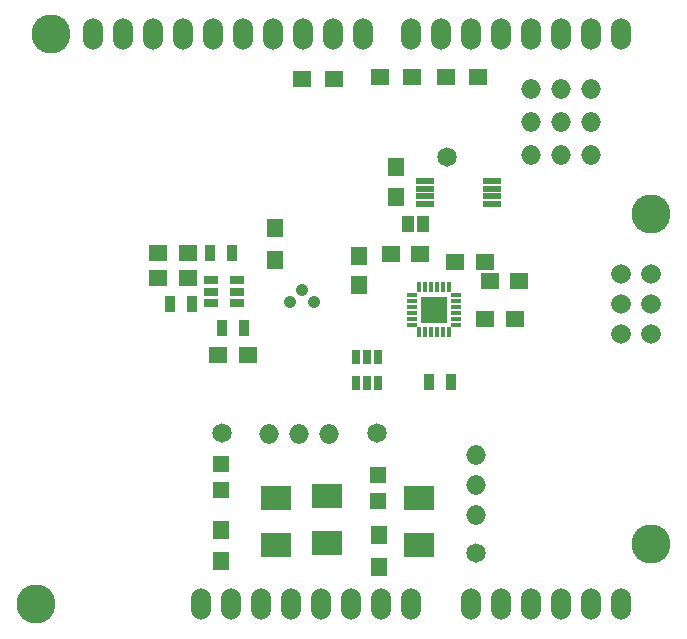
<source format=gts>
G04 #@! TF.GenerationSoftware,KiCad,Pcbnew,no-vcs-found-2a3a699~58~ubuntu16.04.1*
G04 #@! TF.CreationDate,2017-05-21T17:49:45+03:00*
G04 #@! TF.ProjectId,interferometer,696E7465726665726F6D657465722E6B,rev?*
G04 #@! TF.FileFunction,Soldermask,Top*
G04 #@! TF.FilePolarity,Negative*
%FSLAX46Y46*%
G04 Gerber Fmt 4.6, Leading zero omitted, Abs format (unit mm)*
G04 Created by KiCad (PCBNEW no-vcs-found-2a3a699~58~ubuntu16.04.1) date Sun May 21 17:49:45 2017*
%MOMM*%
%LPD*%
G01*
G04 APERTURE LIST*
%ADD10C,0.100000*%
%ADD11R,1.110000X1.410000*%
%ADD12R,1.613200X0.495600*%
%ADD13R,1.640000X1.390000*%
%ADD14R,1.200000X0.790000*%
%ADD15R,0.840000X1.440000*%
%ADD16C,1.640000*%
%ADD17R,1.340000X1.340000*%
%ADD18R,1.440000X1.640000*%
%ADD19O,1.664000X1.664000*%
%ADD20C,1.040000*%
%ADD21R,0.085400X0.085400*%
%ADD22R,2.160000X2.160000*%
%ADD23R,0.872800X0.364800*%
%ADD24R,0.364800X0.872800*%
%ADD25R,1.390000X1.640000*%
%ADD26R,2.640000X2.140000*%
%ADD27R,1.640000X1.440000*%
%ADD28R,0.790000X1.200000*%
%ADD29C,1.664000*%
%ADD30O,1.664000X2.680000*%
%ADD31C,3.315000*%
G04 APERTURE END LIST*
D10*
D11*
X162915600Y-89916000D03*
X161635600Y-89916000D03*
D12*
X163098599Y-88198599D03*
X163098599Y-87548601D03*
X163098599Y-86898599D03*
X163098599Y-86248601D03*
X168737399Y-86248601D03*
X168737399Y-86898599D03*
X168737399Y-87548601D03*
X168737399Y-88198599D03*
D13*
X171049000Y-94742000D03*
X168549000Y-94742000D03*
X140482000Y-94488000D03*
X142982000Y-94488000D03*
D14*
X147150000Y-95631000D03*
X147150000Y-94681000D03*
X147150000Y-96581000D03*
X144950000Y-96581000D03*
X144950000Y-95631000D03*
X144950000Y-94681000D03*
D15*
X143378000Y-96647000D03*
X141478000Y-96647000D03*
D16*
X159004000Y-107569000D03*
X167386000Y-117729000D03*
X164973000Y-84201000D03*
X145923000Y-107569000D03*
D17*
X159131000Y-113368000D03*
X159131000Y-111168000D03*
X145846800Y-112453600D03*
X145846800Y-110253600D03*
D18*
X159207200Y-118901200D03*
X159207200Y-116201200D03*
X145846800Y-118469400D03*
X145846800Y-115769400D03*
D19*
X167386000Y-114554000D03*
X167386000Y-112014000D03*
X167386000Y-109474000D03*
D20*
X153638000Y-96520000D03*
X151638000Y-96520000D03*
X152638000Y-95520000D03*
D21*
X163850000Y-97167700D03*
D22*
X163850000Y-97167700D03*
D23*
X161957700Y-98417700D03*
X161957700Y-97917701D03*
X161957700Y-97417700D03*
X161957700Y-96917700D03*
X161957700Y-96417699D03*
X161957700Y-95917700D03*
D24*
X162600000Y-95275400D03*
X163099999Y-95275400D03*
X163600000Y-95275400D03*
X164100000Y-95275400D03*
X164600001Y-95275400D03*
X165100000Y-95275400D03*
D23*
X165742300Y-95917700D03*
X165742300Y-96417699D03*
X165742300Y-96917700D03*
X165742300Y-97417700D03*
X165742300Y-97917701D03*
X165742300Y-98417700D03*
D24*
X165100000Y-99060000D03*
X164600001Y-99060000D03*
X164100000Y-99060000D03*
X163600000Y-99060000D03*
X163099999Y-99060000D03*
X162600000Y-99060000D03*
D13*
X148062000Y-100965000D03*
X145562000Y-100965000D03*
D25*
X160655000Y-85110000D03*
X160655000Y-87610000D03*
X157480000Y-92603000D03*
X157480000Y-95103000D03*
D13*
X168128000Y-93091000D03*
X165628000Y-93091000D03*
X170668000Y-97917000D03*
X168168000Y-97917000D03*
X160167000Y-92456000D03*
X162667000Y-92456000D03*
X142982000Y-92329000D03*
X140482000Y-92329000D03*
D26*
X162560000Y-117062000D03*
X162560000Y-113062000D03*
X150495000Y-117062000D03*
X150495000Y-113062000D03*
X154813000Y-116935000D03*
X154813000Y-112935000D03*
D15*
X147762000Y-98679000D03*
X145862000Y-98679000D03*
X165288000Y-103251000D03*
X163388000Y-103251000D03*
X144846000Y-92329000D03*
X146746000Y-92329000D03*
D18*
X150368000Y-92917000D03*
X150368000Y-90217000D03*
D27*
X162005000Y-77470000D03*
X159305000Y-77470000D03*
X152701000Y-77597000D03*
X155401000Y-77597000D03*
X167593000Y-77470000D03*
X164893000Y-77470000D03*
D28*
X158158000Y-101201000D03*
X157208000Y-101201000D03*
X159108000Y-101201000D03*
X159108000Y-103401000D03*
X158158000Y-103401000D03*
X157208000Y-103401000D03*
D19*
X172085000Y-81280000D03*
X174625000Y-81280000D03*
X177165000Y-81280000D03*
X172085000Y-78486000D03*
X174625000Y-78486000D03*
X177165000Y-78486000D03*
X149860000Y-107696000D03*
X152400000Y-107696000D03*
X154940000Y-107696000D03*
X172085000Y-84074000D03*
X174625000Y-84074000D03*
X177165000Y-84074000D03*
D29*
X182206173Y-99230349D03*
X179666173Y-99230349D03*
X182206173Y-96690349D03*
X179666173Y-96690349D03*
X182206173Y-94150349D03*
X179666173Y-94150349D03*
D30*
X144106173Y-122090349D03*
X146646173Y-122090349D03*
X134962173Y-73830349D03*
X137502173Y-73830349D03*
D31*
X130136173Y-122090349D03*
X131406173Y-73830349D03*
X182206173Y-89070349D03*
X182206173Y-117010349D03*
D30*
X154266173Y-122090349D03*
X140042173Y-73830349D03*
X142582173Y-73830349D03*
X145122173Y-73830349D03*
X147662173Y-73830349D03*
X150202173Y-73830349D03*
X152742173Y-73830349D03*
X155282173Y-73830349D03*
X157822173Y-73830349D03*
X161886173Y-73830349D03*
X164426173Y-73830349D03*
X166966173Y-73830349D03*
X169506173Y-73830349D03*
X172046173Y-73830349D03*
X174586173Y-73830349D03*
X177126173Y-73830349D03*
X179666173Y-73830349D03*
X149186173Y-122090349D03*
X151726173Y-122090349D03*
X156806173Y-122090349D03*
X159346173Y-122090349D03*
X161886173Y-122090349D03*
X172046173Y-122090349D03*
X169506173Y-122090349D03*
X166966173Y-122090349D03*
X174586173Y-122090349D03*
X177126173Y-122090349D03*
X179666173Y-122090349D03*
M02*

</source>
